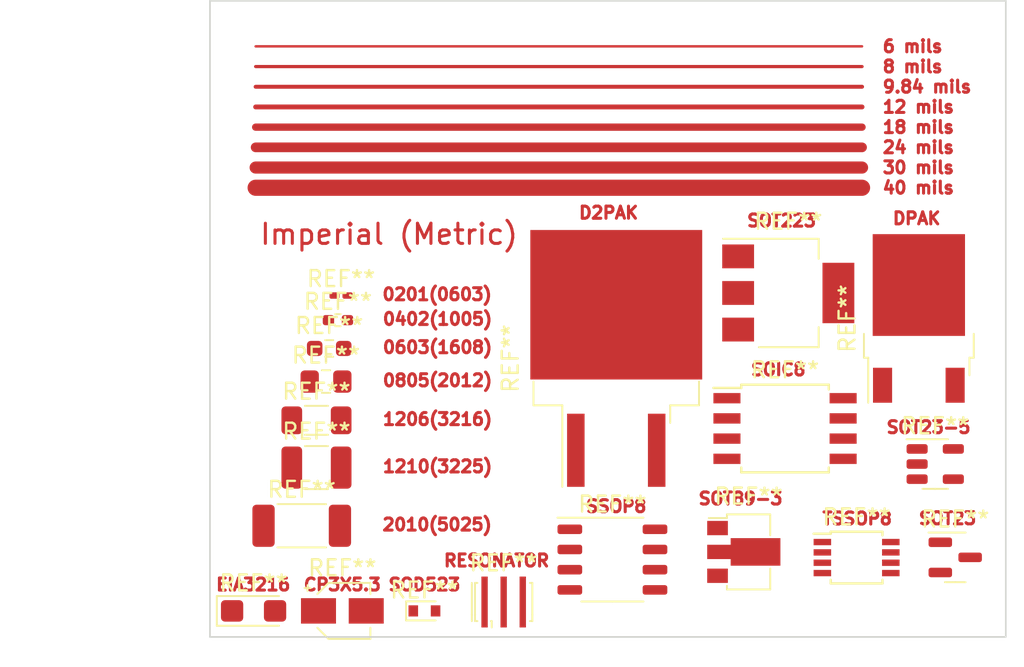
<source format=kicad_pcb>
(kicad_pcb (version 20211014) (generator pcbnew)
  (layers (0 "F.Cu" signal) (31 "B.Cu" signal) (34 "B.Paste" user) (35 "F.Paste" user) (36 "B.SilkS" user "B.Silkscreen") (37 "F.SilkS" user "F.Silkscreen") (38 "B.Mask" user) (39 "F.Mask" user) (44 "Edge.Cuts" user))
  (net 0 "")
  (footprint "Resistor_SMD:R_1210_3225Metric_Pad1.30x2.65mm_HandSolder" (layer "F.Cu") (at 22.0963 44.710985)
    (fp_text reference "REF**" (at 0 -2.28) (layer "F.SilkS"))
    (fp_text value "R_1210_3225Metric_Pad1.30x2.65mm_HandSolder")
    (fp_line (start -0.723737 -1.355) (end 0.723737 -1.355) (layer "F.SilkS") (width 0.12))
    (fp_line (start -0.723737 1.355) (end 0.723737 1.355) (layer "F.SilkS") (width 0.12))
    (pad "1" smd roundrect locked (at -1.55 0) (size 1.3 2.65) (layers "F.Cu" "F.Paste" "F.Mask") (roundrect_rratio 0.1923076923))
    (pad "2" smd roundrect locked (at 1.55 0) (size 1.3 2.65) (layers "F.Cu" "F.Paste" "F.Mask") (roundrect_rratio 0.1923076923))
  )
  (footprint "Resistor_SMD:R_1206_3216Metric_Pad1.30x1.75mm_HandSolder" (layer "F.Cu") (at 22.0963 41.739185)
    (fp_text reference "REF**" (at 0 -1.82) (layer "F.SilkS"))
    (fp_text value "R_1206_3216Metric_Pad1.30x1.75mm_HandSolder")
    (fp_line (start -0.727064 0.91) (end 0.727064 0.91) (layer "F.SilkS") (width 0.12))
    (fp_line (start -0.727064 -0.91) (end 0.727064 -0.91) (layer "F.SilkS") (width 0.12))
    (pad "1" smd roundrect locked (at -1.55 0) (size 1.3 1.75) (layers "F.Cu" "F.Paste" "F.Mask") (roundrect_rratio 0.1923076923))
    (pad "2" smd roundrect locked (at 1.55 0) (size 1.3 1.75) (layers "F.Cu" "F.Paste" "F.Mask") (roundrect_rratio 0.1923076923))
  )
  (footprint "Resistor_SMD:R_0805_2012Metric_Pad1.15x1.40mm_HandSolder" (layer "F.Cu") (at 22.6963 39.300785)
    (fp_text reference "REF**" (at 0 -1.65) (layer "F.SilkS"))
    (fp_text value "R_0805_2012Metric_Pad1.15x1.40mm_HandSolder")
    (fp_line (start -0.261252 -0.71) (end 0.261252 -0.71) (layer "F.SilkS") (width 0.12))
    (fp_line (start -0.261252 0.71) (end 0.261252 0.71) (layer "F.SilkS") (width 0.12))
    (pad "1" smd roundrect locked (at -1.025 0) (size 1.15 1.4) (layers "F.Cu" "F.Paste" "F.Mask") (roundrect_rratio 0.2173904348))
    (pad "2" smd roundrect locked (at 1.025 0) (size 1.15 1.4) (layers "F.Cu" "F.Paste" "F.Mask") (roundrect_rratio 0.2173904348))
  )
  (footprint "Resistor_SMD:R_0603_1608Metric_Pad0.98x0.95mm_HandSolder" (layer "F.Cu") (at 22.8963 37.217985)
    (fp_text reference "REF**" (at 0 -1.43) (layer "F.SilkS"))
    (fp_text value "R_0603_1608Metric_Pad0.98x0.95mm_HandSolder")
    (fp_line (start -0.254724 -0.5225) (end 0.254724 -0.5225) (layer "F.SilkS") (width 0.12))
    (fp_line (start -0.254724 0.5225) (end 0.254724 0.5225) (layer "F.SilkS") (width 0.12))
    (pad "1" smd roundrect locked (at -0.9125 0) (size 0.975 0.95) (layers "F.Cu" "F.Paste" "F.Mask"))
    (pad "2" smd roundrect locked (at 0.9125 0) (size 0.975 0.95) (layers "F.Cu" "F.Paste" "F.Mask"))
  )
  (footprint "Resistor_SMD:R_0402_1005Metric_Pad0.72x0.64mm_HandSolder" (layer "F.Cu") (at 23.4463 35.439985)
    (fp_text reference "REF**" (at 0 -1.17) (layer "F.SilkS"))
    (fp_text value "R_0402_1005Metric_Pad0.72x0.64mm_HandSolder")
    (fp_line (start -0.167621 0.38) (end 0.167621 0.38) (layer "F.SilkS") (width 0.12))
    (fp_line (start -0.167621 -0.38) (end 0.167621 -0.38) (layer "F.SilkS") (width 0.12))
    (pad "1" smd roundrect locked (at -0.5975 0) (size 0.715 0.64) (layers "F.Cu" "F.Paste" "F.Mask"))
    (pad "2" smd roundrect locked (at 0.5975 0) (size 0.715 0.64) (layers "F.Cu" "F.Paste" "F.Mask"))
  )
  (footprint "Resistor_SMD:R_0201_0603Metric_Pad0.64x0.40mm_HandSolder" (layer "F.Cu") (at 23.6409 33.890585)
    (fp_text reference "REF**" (at 0 -1.05) (layer "F.SilkS"))
    (fp_text value "R_0201_0603Metric_Pad0.64x0.40mm_HandSolder")
    (pad "1" smd roundrect locked (at -0.4075 0) (size 0.635 0.4) (layers "F.Cu" "F.Mask"))
    (pad "2" smd roundrect locked (at 0.4075 0) (size 0.635 0.4) (layers "F.Cu" "F.Mask"))
  )
  (footprint "Package_SO:SOIC-8W_5.3x5.3mm_P1.27mm" (layer "F.Cu") (at 51.5366 42.2529)
    (fp_text reference "REF**" (at 0 -3.68) (layer "F.SilkS"))
    (fp_text value "SOIC-8W_5.3x5.3mm_P1.27mm")
    (fp_line (start -2.75 2.755) (end -2.75 2.455) (layer "F.SilkS") (width 0.15))
    (fp_line (start -2.75 2.755) (end 2.75 2.755) (layer "F.SilkS") (width 0.15))
    (fp_line (start -2.75 -2.755) (end -2.75 -2.55) (layer "F.SilkS") (width 0.15))
    (fp_line (start -2.75 -2.55) (end -4.5 -2.55) (layer "F.SilkS") (width 0.15))
    (fp_line (start -2.75 -2.755) (end 2.75 -2.755) (layer "F.SilkS") (width 0.15))
    (fp_line (start 2.75 2.755) (end 2.75 2.455) (layer "F.SilkS") (width 0.15))
    (fp_line (start 2.75 -2.755) (end 2.75 -2.455) (layer "F.SilkS") (width 0.15))
    (pad "1" smd rect locked (at -3.65 -1.905) (size 1.7 0.65) (layers "F.Cu" "F.Paste" "F.Mask"))
    (pad "2" smd rect locked (at -3.65 -0.635) (size 1.7 0.65) (layers "F.Cu" "F.Paste" "F.Mask"))
    (pad "3" smd rect locked (at -3.65 0.635) (size 1.7 0.65) (layers "F.Cu" "F.Paste" "F.Mask"))
    (pad "4" smd rect locked (at -3.65 1.905) (size 1.7 0.65) (layers "F.Cu" "F.Paste" "F.Mask"))
    (pad "5" smd rect locked (at 3.65 1.905) (size 1.7 0.65) (layers "F.Cu" "F.Paste" "F.Mask"))
    (pad "6" smd rect locked (at 3.65 0.635) (size 1.7 0.65) (layers "F.Cu" "F.Paste" "F.Mask"))
    (pad "7" smd rect locked (at 3.65 -0.635) (size 1.7 0.65) (layers "F.Cu" "F.Paste" "F.Mask"))
    (pad "8" smd rect locked (at 3.65 -1.905) (size 1.7 0.65) (layers "F.Cu" "F.Paste" "F.Mask"))
  )
  (footprint "Resistor_SMD:R_2010_5025Metric_Pad1.40x2.65mm_HandSolder" (layer "F.Cu") (at 21.1709 48.368585)
    (fp_text reference "REF**" (at 0 -2.28) (layer "F.SilkS"))
    (fp_text value "R_2010_5025Metric_Pad1.40x2.65mm_HandSolder")
    (fp_line (start -1.527064 1.36) (end 1.527064 1.36) (layer "F.SilkS") (width 0.12))
    (fp_line (start -1.527064 -1.36) (end 1.527064 -1.36) (layer "F.SilkS") (width 0.12))
    (pad "1" smd roundrect locked (at -2.4 0) (size 1.4 2.65) (layers "F.Cu" "F.Paste" "F.Mask") (roundrect_rratio 0.1785707143))
    (pad "2" smd roundrect locked (at 2.4 0) (size 1.4 2.65) (layers "F.Cu" "F.Paste" "F.Mask") (roundrect_rratio 0.1785707143))
  )
  (footprint "Package_SO:TSSOP-8_3x3mm_P0.65mm" (layer "F.Cu") (at 56.0324 50.3682)
    (fp_text reference "REF**" (at 0 -2.55) (layer "F.SilkS"))
    (fp_text value "TSSOP-8_3x3mm_P0.65mm")
    (fp_line (start -1.625 -1.625) (end -1.625 -1.5) (layer "F.SilkS") (width 0.15))
    (fp_line (start -1.625 1.625) (end -1.625 1.4) (layer "F.SilkS") (width 0.15))
    (fp_line (start 1.625 1.625) (end 1.625 1.4) (layer "F.SilkS") (width 0.15))
    (fp_line (start -1.625 -1.5) (end -2.7 -1.5) (layer "F.SilkS") (width 0.15))
    (fp_line (start 1.625 -1.625) (end 1.625 -1.4) (layer "F.SilkS") (width 0.15))
    (fp_line (start -1.625 -1.625) (end 1.625 -1.625) (layer "F.SilkS") (width 0.15))
    (fp_line (start -1.625 1.625) (end 1.625 1.625) (layer "F.SilkS") (width 0.15))
    (pad "1" smd rect locked (at -2.15 -0.975) (size 1.1 0.4) (layers "F.Cu" "F.Paste" "F.Mask"))
    (pad "2" smd rect locked (at -2.15 -0.325) (size 1.1 0.4) (layers "F.Cu" "F.Paste" "F.Mask"))
    (pad "3" smd rect locked (at -2.15 0.325) (size 1.1 0.4) (layers "F.Cu" "F.Paste" "F.Mask"))
    (pad "4" smd rect locked (at -2.15 0.975) (size 1.1 0.4) (layers "F.Cu" "F.Paste" "F.Mask"))
    (pad "5" smd rect locked (at 2.15 0.975) (size 1.1 0.4) (layers "F.Cu" "F.Paste" "F.Mask"))
    (pad "6" smd rect locked (at 2.15 0.325) (size 1.1 0.4) (layers "F.Cu" "F.Paste" "F.Mask"))
    (pad "7" smd rect locked (at 2.15 -0.325) (size 1.1 0.4) (layers "F.Cu" "F.Paste" "F.Mask"))
    (pad "8" smd rect locked (at 2.15 -0.975) (size 1.1 0.4) (layers "F.Cu" "F.Paste" "F.Mask"))
  )
  (footprint "Crystal:Resonator_SMD_Murata_CSTxExxV-3Pin_3.0x1.1mm_HandSoldering" (layer "F.Cu") (at 33.8582 53.1622)
    (fp_text reference "REF**" (at 0 -2.45) (layer "F.SilkS"))
    (fp_text value "Resonator_SMD_Murata_CSTxExxV-3Pin_3.0x1.1mm_HandSoldering")
    (fp_line (start 1.8 0.8) (end 1.8 1.2) (layer "F.SilkS") (width 0.12))
    (fp_line (start -1.8 1.2) (end -1.65 1.2) (layer "F.SilkS") (width 0.12))
    (fp_line (start 1.8 -1.2) (end 1.8 0.8) (layer "F.SilkS") (width 0.12))
    (fp_line (start -2 0.8) (end -2 1.2) (layer "F.SilkS") (width 0.12))
    (fp_line (start -1.8 0.8) (end -1.8 -1.2) (layer "F.SilkS") (width 0.12))
    (fp_line (start -0.75 1.2) (end -0.75 1.6) (layer "F.SilkS") (width 0.12))
    (fp_line (start -2 -1.2) (end -2 0.8) (layer "F.SilkS") (width 0.12))
    (fp_line (start -0.75 1.2) (end -0.8 1.2) (layer "F.SilkS") (width 0.12))
    (fp_line (start 1.8 1.2) (end 1.65 1.2) (layer "F.SilkS") (width 0.12))
    (fp_line (start -1.8 -1.2) (end -1.65 -1.2) (layer "F.SilkS") (width 0.12))
    (fp_line (start 1.8 -1.2) (end 1.65 -1.2) (layer "F.SilkS") (width 0.12))
    (fp_line (start -1.8 0.8) (end -1.8 1.2) (layer "F.SilkS") (width 0.12))
    (pad "1" smd rect locked (at -1.2 0) (size 0.4 3.2) (layers "F.Cu" "F.Paste" "F.Mask"))
    (pad "2" smd rect locked (at 0 0) (size 0.4 3.2) (layers "F.Cu" "F.Paste" "F.Mask"))
    (pad "3" smd rect locked (at 1.2 0) (size 0.4 3.2) (layers "F.Cu" "F.Paste" "F.Mask"))
  )
  (footprint "Diode_SMD:D_SOD-523" (layer "F.Cu") (at 28.8798 53.721)
    (fp_text reference "REF**" (at 0 -1.3) (layer "F.SilkS"))
    (fp_text value "D_SOD-523")
    (fp_line (start -1.15 -0.6) (end -1.15 0.6) (layer "F.SilkS") (width 0.12))
    (fp_line (start 0.7 0.6) (end -1.15 0.6) (layer "F.SilkS") (width 0.12))
    (fp_line (start 0.7 -0.6) (end -1.15 -0.6) (layer "F.SilkS") (width 0.12))
    (pad "1" smd rect locked (at -0.7 0 180) (size 0.6 0.7) (layers "F.Cu" "F.Paste" "F.Mask"))
    (pad "2" smd rect locked (at 0.7 0 180) (size 0.6 0.7) (layers "F.Cu" "F.Paste" "F.Mask"))
  )
  (footprint "Package_TO_SOT_SMD:SOT-23" (layer "F.Cu") (at 62.23 50.3555)
    (fp_text reference "REF**" (at 0 -2.4) (layer "F.SilkS"))
    (fp_text value "SOT-23")
    (fp_line (start 0 1.56) (end -0.65 1.56) (layer "F.SilkS") (width 0.12))
    (fp_line (start 0 -1.56) (end -1.675 -1.56) (layer "F.SilkS") (width 0.12))
    (fp_line (start 0 -1.56) (end 0.65 -1.56) (layer "F.SilkS") (width 0.12))
    (fp_line (start 0 1.56) (end 0.65 1.56) (layer "F.SilkS") (width 0.12))
    (pad "1" smd roundrect locked (at -0.9375 -0.95) (size 1.475 0.6) (layers "F.Cu" "F.Paste" "F.Mask"))
    (pad "2" smd roundrect locked (at -0.9375 0.95) (size 1.475 0.6) (layers "F.Cu" "F.Paste" "F.Mask"))
    (pad "3" smd roundrect locked (at 0.9375 0) (size 1.475 0.6) (layers "F.Cu" "F.Paste" "F.Mask"))
  )
  (footprint "Capacitor_SMD:CP_Elec_3x5.3" (layer "F.Cu") (at 23.7236 53.721)
    (fp_text reference "REF**" (at 0 -2.7) (layer "F.SilkS"))
    (fp_text value "CP_Elec_3x5.3")
    (fp_line (start -1.570563 -1.06) (end -0.870563 -1.76) (layer "F.SilkS") (width 0.12))
    (fp_line (start 1.76 -1.76) (end 1.76 -1.06) (layer "F.SilkS") (width 0.12))
    (fp_line (start -1.570563 1.06) (end -0.870563 1.76) (layer "F.SilkS") (width 0.12))
    (fp_line (start -2.1875 -1.6225) (end -2.1875 -1.2475) (layer "F.SilkS") (width 0.12))
    (fp_line (start -0.870563 -1.76) (end 1.76 -1.76) (layer "F.SilkS") (width 0.12))
    (fp_line (start -0.870563 1.76) (end 1.76 1.76) (layer "F.SilkS") (width 0.12))
    (fp_line (start 1.76 1.76) (end 1.76 1.06) (layer "F.SilkS") (width 0.12))
    (fp_line (start -2.375 -1.435) (end -2 -1.435) (layer "F.SilkS") (width 0.12))
    (pad "1" smd rect locked (at -1.5 0) (size 2.2 1.6) (layers "F.Cu" "F.Paste" "F.Mask"))
    (pad "2" smd rect locked (at 1.5 0) (size 2.2 1.6) (layers "F.Cu" "F.Paste" "F.Mask"))
  )
  (footprint "Package_TO_SOT_SMD:SOT-23-5" (layer "F.Cu") (at 60.9727 44.4881)
    (fp_text reference "REF**" (at 0 -2.4) (layer "F.SilkS"))
    (fp_text value "SOT-23-5")
    (fp_line (start 0 1.56) (end -0.8 1.56) (layer "F.SilkS") (width 0.12))
    (fp_line (start 0 1.56) (end 0.8 1.56) (layer "F.SilkS") (width 0.12))
    (fp_line (start 0 -1.56) (end -1.8 -1.56) (layer "F.SilkS") (width 0.12))
    (fp_line (start 0 -1.56) (end 0.8 -1.56) (layer "F.SilkS") (width 0.12))
    (pad "1" smd roundrect locked (at -1.1375 -0.95) (size 1.325 0.6) (layers "F.Cu" "F.Paste" "F.Mask"))
    (pad "2" smd roundrect locked (at -1.1375 0) (size 1.325 0.6) (layers "F.Cu" "F.Paste" "F.Mask"))
    (pad "3" smd roundrect locked (at -1.1375 0.95) (size 1.325 0.6) (layers "F.Cu" "F.Paste" "F.Mask"))
    (pad "4" smd roundrect locked (at 1.1375 0.95) (size 1.325 0.6) (layers "F.Cu" "F.Paste" "F.Mask"))
    (pad "5" smd roundrect locked (at 1.1375 -0.95) (size 1.325 0.6) (layers "F.Cu" "F.Paste" "F.Mask"))
  )
  (footprint "Capacitor_Tantalum_SMD:CP_EIA-3216-18_Kemet-A" (layer "F.Cu") (at 18.1454 53.721)
    (fp_text reference "REF**" (at 0 -1.75) (layer "F.SilkS"))
    (fp_text value "CP_EIA-3216-18_Kemet-A")
    (fp_line (start -2.31 -0.935) (end -2.31 0.935) (layer "F.SilkS") (width 0.12))
    (fp_line (start 1.6 -0.935) (end -2.31 -0.935) (layer "F.SilkS") (width 0.12))
    (fp_line (start -2.31 0.935) (end 1.6 0.935) (layer "F.SilkS") (width 0.12))
    (pad "1" smd roundrect locked (at -1.35 0) (size 1.4 1.35) (layers "F.Cu" "F.Paste" "F.Mask") (roundrect_rratio 0.1851844444))
    (pad "2" smd roundrect locked (at 1.35 0) (size 1.4 1.35) (layers "F.Cu" "F.Paste" "F.Mask") (roundrect_rratio 0.1851844444))
  )
  (footprint "Package_TO_SOT_SMD:SOT-223" (layer "F.Cu") (at 51.7398 33.7312)
    (fp_text reference "REF**" (at 0 -4.5) (layer "F.SilkS"))
    (fp_text value "SOT-223")
    (fp_line (start 1.91 -3.41) (end 1.91 -2.15) (layer "F.SilkS") (width 0.12))
    (fp_line (start -4.1 -3.41) (end 1.91 -3.41) (layer "F.SilkS") (width 0.12))
    (fp_line (start 1.91 3.41) (end 1.91 2.15) (layer "F.SilkS") (width 0.12))
    (fp_line (start -1.85 3.41) (end 1.91 3.41) (layer "F.SilkS") (width 0.12))
    (pad "1" smd rect locked (at -3.15 -2.3) (size 2 1.5) (layers "F.Cu" "F.Paste" "F.Mask"))
    (pad "2" smd rect locked (at -3.15 0) (size 2 1.5) (layers "F.Cu" "F.Paste" "F.Mask"))
    (pad "3" smd rect locked (at -3.15 2.3) (size 2 1.5) (layers "F.Cu" "F.Paste" "F.Mask"))
    (pad "4" smd rect locked (at 3.15 0) (size 2 3.8) (layers "F.Cu" "F.Paste" "F.Mask"))
  )
  (footprint "Package_TO_SOT_SMD:SOT-89-3" (layer "F.Cu") (at 48.9458 50.0126)
    (fp_text reference "REF**" (at 0.3 -3.5) (layer "F.SilkS"))
    (fp_text value "SOT-89-3")
    (fp_line (start -2.2 -2.13) (end -1.06 -2.13) (layer "F.SilkS") (width 0.12))
    (fp_line (start 1.66 1.05) (end 1.66 2.36) (layer "F.SilkS") (width 0.12))
    (fp_line (start -1.06 2.36) (end -1.06 2.13) (layer "F.SilkS") (width 0.12))
    (fp_line (start -1.06 -2.36) (end -1.06 -2.13) (layer "F.SilkS") (width 0.12))
    (fp_line (start 1.66 2.36) (end -1.06 2.36) (layer "F.SilkS") (width 0.12))
    (fp_line (start 1.66 -2.36) (end 1.66 -1.05) (layer "F.SilkS") (width 0.12))
    (fp_line (start -1.06 -2.36) (end 1.66 -2.36) (layer "F.SilkS") (width 0.12))
    (pad "1" smd rect locked (at -1.65 -1.5) (size 1.3 0.9) (layers "F.Cu" "F.Paste" "F.Mask"))
    (pad "2" smd custom locked (at -1.5625 0) (size 1.475 0.9) (layers "F.Cu" "F.Paste" "F.Mask") (options (clearance outline) (anchor rect)) (primitives (gr_poly (pts (xy 0.7375 -0.8665) (xy 3.8625 -0.8665) (xy 3.8625 0.8665) (xy 0.7375 0.8665)) (width 0) (fill yes))))
    (pad "3" smd rect locked (at -1.65 1.5) (size 1.3 0.9) (layers "F.Cu" "F.Paste" "F.Mask"))
  )
  (footprint "Package_TO_SOT_SMD:TO-252-2" (layer "F.Cu") (at 59.944 35.3314 90)
    (fp_text reference "REF**" (at 0 -4.5 90) (layer "F.SilkS"))
    (fp_text value "TO-252-2")
    (fp_line (start -2.47 -3.18) (end -5.3 -3.18) (layer "F.SilkS") (width 0.12))
    (fp_line (start -2.47 -3.45) (end -2.47 -3.18) (layer "F.SilkS") (width 0.12))
    (fp_line (start -2.47 3.45) (end -2.47 3.18) (layer "F.SilkS") (width 0.12))
    (fp_line (start -2.47 3.18) (end -3.57 3.18) (layer "F.SilkS") (width 0.12))
    (fp_line (start -0.97 3.45) (end -2.47 3.45) (layer "F.SilkS") (width 0.12))
    (fp_line (start -0.97 -3.45) (end -2.47 -3.45) (layer "F.SilkS") (width 0.12))
    (pad "1" smd rect locked (at -4.2 -2.28 90) (size 2.2 1.2) (layers "F.Cu" "F.Paste" "F.Mask"))
    (pad "2" smd rect locked (at 2.1 0 90) (size 6.4 5.8) (layers "F.Cu" "F.Mask"))
    (pad "3" smd rect locked (at -4.2 2.28 90) (size 2.2 1.2) (layers "F.Cu" "F.Paste" "F.Mask"))
  )
  (footprint "Package_TO_SOT_SMD:TO-263-2" (layer "F.Cu") (at 40.9321 37.846 90)
    (fp_text reference "REF**" (at 0 -6.65 90) (layer "F.SilkS"))
    (fp_text value "TO-263-2")
    (fp_line (start -2.95 -5.2) (end -2.95 -3.39) (layer "F.SilkS") (width 0.12))
    (fp_line (start -1.45 5.2) (end -2.95 5.2) (layer "F.SilkS") (width 0.12))
    (fp_line (start -2.95 3.39) (end -4.05 3.39) (layer "F.SilkS") (width 0.12))
    (fp_line (start -2.95 5.2) (end -2.95 3.39) (layer "F.SilkS") (width 0.12))
    (fp_line (start -2.95 -3.39) (end -8.075 -3.39) (layer "F.SilkS") (width 0.12))
    (fp_line (start -1.45 -5.2) (end -2.95 -5.2) (layer "F.SilkS") (width 0.12))
    (pad "1" smd rect locked (at -5.775 -2.54 90) (size 4.6 1.1) (layers "F.Cu" "F.Paste" "F.Mask"))
    (pad "2" smd rect locked (at 3.375 0 90) (size 9.4 10.8) (layers "F.Cu" "F.Mask"))
    (pad "3" smd rect locked (at -5.775 2.54 90) (size 4.6 1.1) (layers "F.Cu" "F.Paste" "F.Mask"))
  )
  (footprint "Package_SO:SSOP-8_3.9x5.05mm_P1.27mm" (layer "F.Cu") (at 40.6908 50.4952)
    (fp_text reference "REF**" (at 0 -3.48) (layer "F.SilkS"))
    (fp_text value "SSOP-8_3.9x5.05mm_P1.27mm")
    (fp_line (start 0 -2.635) (end 1.95 -2.635) (layer "F.SilkS") (width 0.12))
    (fp_line (start 0 2.635) (end 1.95 2.635) (layer "F.SilkS") (width 0.12))
    (fp_line (start 0 2.635) (end -1.95 2.635) (layer "F.SilkS") (width 0.12))
    (fp_line (start 0 -2.635) (end -3.45 -2.635) (layer "F.SilkS") (width 0.12))
    (pad "1" smd roundrect locked (at -2.675 -1.905) (size 1.55 0.6) (layers "F.Cu" "F.Paste" "F.Mask"))
    (pad "2" smd roundrect locked (at -2.675 -0.635) (size 1.55 0.6) (layers "F.Cu" "F.Paste" "F.Mask"))
    (pad "3" smd roundrect locked (at -2.675 0.635) (size 1.55 0.6) (layers "F.Cu" "F.Paste" "F.Mask"))
    (pad "4" smd roundrect locked (at -2.675 1.905) (size 1.55 0.6) (layers "F.Cu" "F.Paste" "F.Mask"))
    (pad "5" smd roundrect locked (at 2.675 1.905) (size 1.55 0.6) (layers "F.Cu" "F.Paste" "F.Mask"))
    (pad "6" smd roundrect locked (at 2.675 0.635) (size 1.55 0.6) (layers "F.Cu" "F.Paste" "F.Mask"))
    (pad "7" smd roundrect locked (at 2.675 -0.635) (size 1.55 0.6) (layers "F.Cu" "F.Paste" "F.Mask"))
    (pad "8" smd roundrect locked (at 2.675 -1.905) (size 1.55 0.6) (layers "F.Cu" "F.Paste" "F.Mask"))
  )
  (gr_line (start 15.4053 15.3595) (end 65.4053 15.3595) (layer "Edge.Cuts") (width 0.1))
  (gr_line (start 15.4053 15.3595) (end 15.4053 55.3595) (layer "Edge.Cuts") (width 0.1))
  (gr_line (start 65.4053 15.3595) (end 65.4053 55.3595) (layer "Edge.Cuts") (width 0.1))
  (gr_line (start 15.4053 55.3595) (end 65.4053 55.3595) (layer "Edge.Cuts") (width 0.1))
  (gr_text "8 mils" (at 59.5503 19.4945) (layer "F.Cu") (effects (font (size 0.762 0.762) (thickness 0.1905))))
  (gr_text "9.84 mils" (at 60.457443 20.7645) (layer "F.Cu") (effects (font (size 0.762 0.762) (thickness 0.1905))))
  (gr_text "12 mils" (at 59.913157 22.0345) (layer "F.Cu") (effects (font (size 0.762 0.762) (thickness 0.1905))))
  (gr_text "18 mils" (at 59.913157 23.3045) (layer "F.Cu") (effects (font (size 0.762 0.762) (thickness 0.1905))))
  (gr_text "24 mils" (at 59.913157 24.5745) (layer "F.Cu") (effects (font (size 0.762 0.762) (thickness 0.1905))))
  (gr_text "30 mils" (at 59.913157 25.8445) (layer "F.Cu") (effects (font (size 0.762 0.762) (thickness 0.1905))))
  (gr_text "40 mils" (at 59.913157 27.1145) (layer "F.Cu") (effects (font (size 0.762 0.762) (thickness 0.1905))))
  (gr_text "0402(1005)" (at 29.7053 35.3695) (layer "F.Cu") (effects (font (size 0.762 0.762) (thickness 0.1905))))
  (gr_text "0603(1608)" (at 29.7053 37.1475) (layer "F.Cu") (effects (font (size 0.762 0.762) (thickness 0.1905))))
  (gr_text "0805(2012)" (at 29.7053 39.2303) (layer "F.Cu") (effects (font (size 0.762 0.762) (thickness 0.1905))))
  (gr_text "1206(3216)" (at 29.7053 41.6687) (layer "F.Cu") (effects (font (size 0.762 0.762) (thickness 0.1905))))
  (gr_text "1210(3225)" (at 29.7053 44.6405) (layer "F.Cu") (effects (font (size 0.762 0.762) (thickness 0.1905))))
  (gr_text "2010(5025)" (at 29.6799 48.2981) (layer "F.Cu") (effects (font (size 0.762 0.762) (thickness 0.1905))))
  (gr_text "0201(0603)" (at 29.6799 33.8201) (layer "F.Cu") (effects (font (size 0.762 0.762) (thickness 0.1905))))
  (gr_text "Imperial (Metric)" (at 26.6573 30.0355) (layer "F.Cu") (effects (font (size 1.27 1.27) (thickness 0.1905))))
  (gr_text "D2PAK" (at 40.4495 28.6893) (layer "F.Cu") (effects (font (size 0.762 0.762) (thickness 0.1905))))
  (gr_text "DPAK" (at 59.8043 29.0449) (layer "F.Cu") (effects (font (size 0.762 0.762) (thickness 0.1905))))
  (gr_text "SOT23" (at 61.7474 47.9044) (layer "F.Cu") (effects (font (size 0.762 0.762) (thickness 0.1905))))
  (gr_text "SOT23-5" (at 60.5536 42.1767) (layer "F.Cu") (effects (font (size 0.762 0.762) (thickness 0.1905))))
  (gr_text "SOT89-3" (at 48.7426 46.6598) (layer "F.Cu") (effects (font (size 0.762 0.762) (thickness 0.1905))))
  (gr_text "SOT223" (at 51.3207 29.1846) (layer "F.Cu") (effects (font (size 0.762 0.762) (thickness 0.1905))))
  (gr_text "SOIC8" (at 51.1175 38.5445) (layer "F.Cu") (effects (font (size 0.762 0.762) (thickness 0.1905))))
  (gr_text "SSOP8" (at 40.9321 47.1424) (layer "F.Cu") (effects (font (size 0.762 0.762) (thickness 0.1905))))
  (gr_text "TSSOP8" (at 56.0705 47.9171) (layer "F.Cu") (effects (font (size 0.762 0.762) (thickness 0.1905))))
  (gr_text "EIA3216" (at 18.1229 52.07) (layer "F.Cu") (effects (font (size 0.762 0.762) (thickness 0.1905))))
  (gr_text "CP3X5.3" (at 23.7236 52.07) (layer "F.Cu") (effects (font (size 0.762 0.762) (thickness 0.1905))))
  (gr_text "SOD523" (at 28.8798 52.07) (layer "F.Cu") (effects (font (size 0.762 0.762) (thickness 0.1905))))
  (gr_text "RESONATOR" (at 33.4137 50.5587) (layer "F.Cu") (effects (font (size 0.762 0.762) (thickness 0.1905))))
  (gr_text "6 mils" (at 59.5503 18.2245) (layer "F.Cu") (effects (font (size 0.762 0.762) (thickness 0.1905))))
  (segment (start 18.2753 25.8445) (end 56.3753 25.8445) (width 0.762) (layer "F.Cu") (net 0))
  (segment (start 18.2753 24.5745) (end 56.3753 24.5745) (width 0.6096) (layer "F.Cu") (net 0))
  (segment (start 18.2753 18.2245) (end 56.3753 18.2245) (width 0.1524) (layer "F.Cu") (net 0))
  (segment (start 18.2753 20.7645) (end 56.3753 20.7645) (width 0.25) (layer "F.Cu") (net 0))
  (segment (start 18.2753 22.0345) (end 56.3753 22.0345) (width 0.3048) (layer "F.Cu") (net 0))
  (segment (start 18.2753 19.4945) (end 56.3753 19.4945) (width 0.2032) (layer "F.Cu") (net 0))
  (segment (start 18.2753 27.1145) (end 56.3753 27.1145) (width 1.016) (layer "F.Cu") (net 0))
  (segment (start 18.2753 23.3045) (end 56.3753 23.3045) (width 0.4572) (layer "F.Cu") (net 0))
)
</source>
